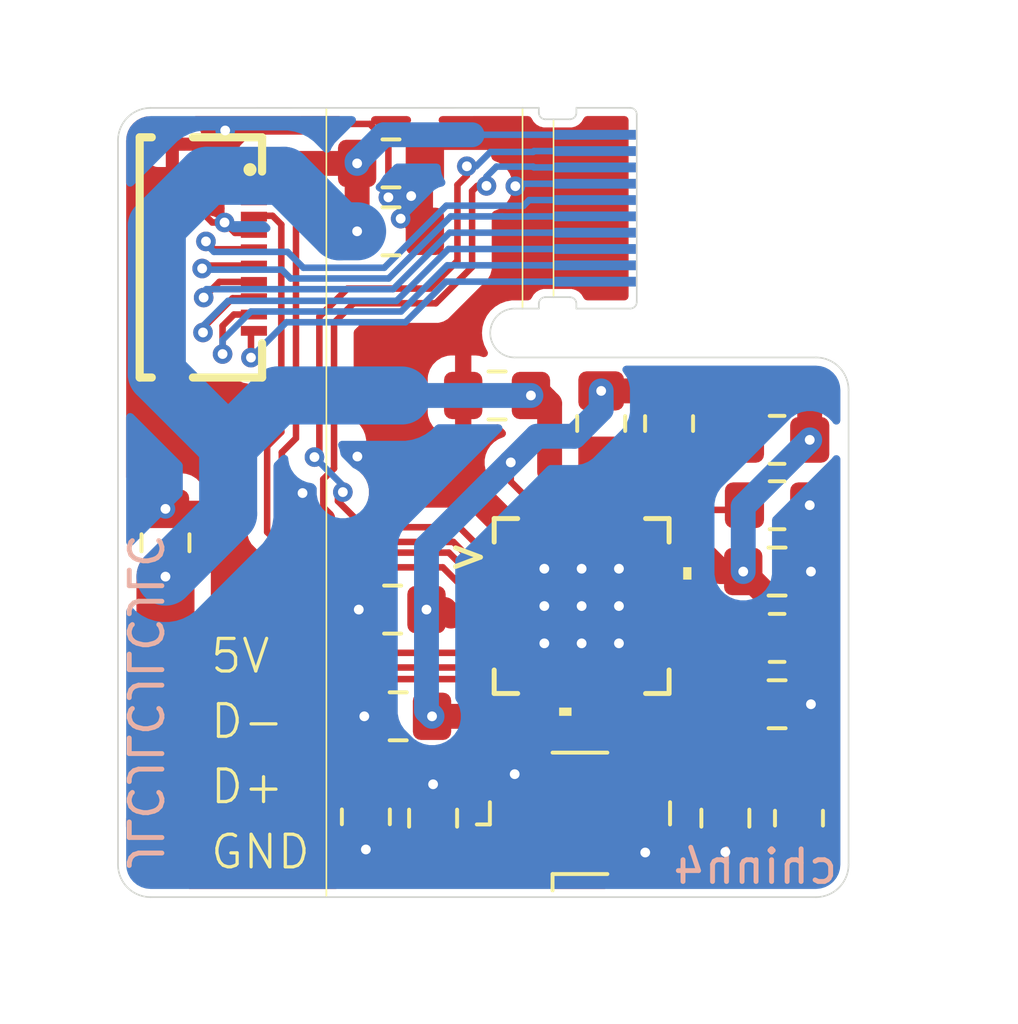
<source format=kicad_pcb>
(kicad_pcb (version 20241229) (generator "pcbnew") (generator_version "9.0")
  (layers (0 "F.Cu" signal) (2 "B.Cu" signal) (13 "F.Paste" user) (15 "B.Paste" user) (5 "F.SilkS" user "F.Silkscreen") (7 "B.SilkS" user "B.Silkscreen") (1 "F.Mask" user) (3 "B.Mask" user) (25 "Edge.Cuts" user))
  (net 0 "")
  (net 1 "EC_CTRL")
  (net 2 "RGB_W")
  (net 3 "RGB_G")
  (net 4 "VBUS")
  (net 5 "USB_HOST_P")
  (net 6 "USB_HOST_N")
  (net 7 "RGB_R")
  (net 8 "SWITCH")
  (net 9 "GND")
  (net 10 "LED_COM")
  (net 11 "VREG")
  (net 12 "X_IN")
  (net 13 "USB_FNG_N")
  (net 14 "USB_FNG_P")
  (net 15 "USB_KB_P")
  (net 16 "USB_KB_N")
  (net 17 "Net-(U1-RREF)")
  (net 18 "Net-(U1-*RESET)")
  (net 19 "Net-(U1-GANG)")
  (net 20 "Net-(U1-*OVR[1])")
  (net 21 "Net-(U1-*OVR[2])")
  (net 22 "Net-(U1-SELFPWR)")
  (net 23 "X_OUT")
  (net 32 "Net-(C10-Pad2)")
  (footprint "Resistor_SMD:R_0805_2012Metric_Pad1.20x1.40mm_HandSolder" (layer "F.Cu") (at 148.43 41.67 90)
    (property "Reference" "R4" (hide yes))
    (property "Value" "10kΩ")
    (pad "1" smd roundrect (at -1 0 90) (size 1.2 1.4) (layers "F.Cu" "F.Mask" "F.Paste") (roundrect_rratio 0.208333) (net 20 "Net-(U1-*OVR[1])"))
    (pad "2" smd roundrect (at 1 0 90) (size 1.2 1.4) (layers "F.Cu" "F.Mask" "F.Paste") (roundrect_rratio 0.208333) (net 11 "VREG"))
  )
  (footprint "Capacitor_SMD:C_0805_2012Metric_Pad1.18x1.45mm_HandSolder" (layer "F.Cu") (at 141.99 35.78 180)
    (property "Reference" "C6" (hide yes))
    (property "Value" "10μF")
    (pad "1" smd roundrect (at -1.0375 0 180) (size 1.175 1.45) (layers "F.Cu" "F.Mask" "F.Paste") (roundrect_rratio 0.212766) (net 9 "GND"))
    (pad "2" smd roundrect (at 1.0375 0 180) (size 1.175 1.45) (layers "F.Cu" "F.Mask" "F.Paste") (roundrect_rratio 0.212766) (net 4 "VBUS"))
  )
  (footprint "easyeda2kicad:CONN-SMD_10P-P0.50_046809610110846" (layer "F.Cu") (at 136.54 36.58 -90)
    (property "Reference" "FPC1" (hide yes))
    (property "Value" "046809610110846+")
    (pad "1" smd rect (at -2.25 -1.25 270) (size 0.3 0.8) (layers "F.Cu" "F.Mask" "F.Paste") (net 4 "VBUS"))
    (pad "2" smd rect (at -1.75 -1.25 270) (size 0.3 0.8) (layers "F.Cu" "F.Mask" "F.Paste") (net 13 "USB_FNG_N"))
    (pad "3" smd rect (at -1.25 -1.25 270) (size 0.3 0.8) (layers "F.Cu" "F.Mask" "F.Paste") (net 14 "USB_FNG_P"))
    (pad "4" smd rect (at -0.75 -1.25 270) (size 0.3 0.8) (layers "F.Cu" "F.Mask" "F.Paste") (net 9 "GND"))
    (pad "5" smd rect (at -0.25 -1.25 270) (size 0.3 0.8) (layers "F.Cu" "F.Mask" "F.Paste") (net 1 "EC_CTRL"))
    (pad "6" smd rect (at 0.25 -1.25 270) (size 0.3 0.8) (layers "F.Cu" "F.Mask" "F.Paste") (net 8 "SWITCH"))
    (pad "7" smd rect (at 0.75 -1.25 270) (size 0.3 0.8) (layers "F.Cu" "F.Mask" "F.Paste") (net 2 "RGB_W"))
    (pad "8" smd rect (at 1.25 -1.25 270) (size 0.3 0.8) (layers "F.Cu" "F.Mask" "F.Paste") (net 3 "RGB_G"))
    (pad "9" smd rect (at 1.75 -1.25 270) (size 0.3 0.8) (layers "F.Cu" "F.Mask" "F.Paste") (net 7 "RGB_R"))
    (pad "10" smd rect (at 2.25 -1.25 270) (size 0.3 0.8) (layers "F.Cu" "F.Mask" "F.Paste") (net 10 "LED_COM"))
    (pad "11" smd rect (at -3.47 1.25 270) (size 0.4 0.8) (layers "F.Cu" "F.Mask" "F.Paste") (net 9 "GND"))
    (pad "12" smd rect (at 3.47 1.25 270) (size 0.4 0.8) (layers "F.Cu" "F.Mask" "F.Paste") (net 9 "GND"))
  )
  (footprint "Custom:4 pad" (layer "F.Cu") (at 135.02 51.84 -90)
    (property "Reference" "J3" (hide yes))
    (property "Value" "Conn_01x04_Socket")
    (pad "1" smd circle (at -3 0 270) (size 1.5 1.5) (layers "F.Cu" "F.Mask" "F.Paste") (net 4 "VBUS"))
    (pad "2" smd circle (at -1 0 270) (size 1.5 1.5) (layers "F.Cu" "F.Mask" "F.Paste") (net 16 "USB_KB_N"))
    (pad "3" smd circle (at 1 0 270) (size 1.5 1.5) (layers "F.Cu" "F.Mask" "F.Paste") (net 15 "USB_KB_P"))
    (pad "4" smd circle (at 3 0 270) (size 1.5 1.5) (layers "F.Cu" "F.Mask" "F.Paste") (net 9 "GND"))
  )
  (footprint "Resistor_SMD:R_0805_2012Metric_Pad1.20x1.40mm_HandSolder" (layer "F.Cu") (at 141.22 53.72 -90)
    (property "Reference" "R1" (hide yes))
    (property "Value" "649Ω")
    (pad "1" smd roundrect (at -1 0 270) (size 1.2 1.4) (layers "F.Cu" "F.Mask" "F.Paste") (roundrect_rratio 0.208333) (net 17 "Net-(U1-RREF)"))
    (pad "2" smd roundrect (at 1 0 270) (size 1.2 1.4) (layers "F.Cu" "F.Mask" "F.Paste") (roundrect_rratio 0.208333) (net 9 "GND"))
  )
  (footprint "Capacitor_SMD:C_0805_2012Metric_Pad1.18x1.45mm_HandSolder" (layer "F.Cu") (at 153.82 50.27)
    (property "Reference" "C2" (hide yes))
    (property "Value" "0.1μF")
    (pad "1" smd roundrect (at -1.0375 0) (size 1.175 1.45) (layers "F.Cu" "F.Mask" "F.Paste") (roundrect_rratio 0.212766) (net 11 "VREG"))
    (pad "2" smd roundrect (at 1.0375 0) (size 1.175 1.45) (layers "F.Cu" "F.Mask" "F.Paste") (roundrect_rratio 0.212766) (net 9 "GND"))
  )
  (footprint "Resistor_SMD:R_0805_2012Metric_Pad1.20x1.40mm_HandSolder" (layer "F.Cu") (at 154.49 53.76 -90)
    (property "Reference" "R7" (hide yes))
    (property "Value" "1kΩ")
    (pad "1" smd roundrect (at -1 0 270) (size 1.2 1.4) (layers "F.Cu" "F.Mask" "F.Paste") (roundrect_rratio 0.208333) (net 23 "X_OUT"))
    (pad "2" smd roundrect (at 1 0 270) (size 1.2 1.4) (layers "F.Cu" "F.Mask" "F.Paste") (roundrect_rratio 0.208333) (net 32 "Net-(C10-Pad2)"))
  )
  (footprint "Resistor_SMD:R_0805_2012Metric_Pad1.20x1.40mm_HandSolder" (layer "F.Cu") (at 153.82 42.17)
    (property "Reference" "R3" (hide yes))
    (property "Value" "10kΩ")
    (pad "1" smd roundrect (at -1 0) (size 1.2 1.4) (layers "F.Cu" "F.Mask" "F.Paste") (roundrect_rratio 0.208333) (net 19 "Net-(U1-GANG)"))
    (pad "2" smd roundrect (at 1 0) (size 1.2 1.4) (layers "F.Cu" "F.Mask" "F.Paste") (roundrect_rratio 0.208333) (net 11 "VREG"))
  )
  (footprint "Resistor_SMD:R_0805_2012Metric_Pad1.20x1.40mm_HandSolder" (layer "F.Cu") (at 153.82 44.1725 180)
    (property "Reference" "R6" (hide yes))
    (property "Value" "0Ω")
    (pad "1" smd roundrect (at -1 0 180) (size 1.2 1.4) (layers "F.Cu" "F.Mask" "F.Paste") (roundrect_rratio 0.208333) (net 9 "GND"))
    (pad "2" smd roundrect (at 1 0 180) (size 1.2 1.4) (layers "F.Cu" "F.Mask" "F.Paste") (roundrect_rratio 0.208333) (net 22 "Net-(U1-SELFPWR)"))
  )
  (footprint "Crystal:Crystal_SMD_Abracon_ABM3B-4Pin_5.0x3.2mm" (layer "F.Cu") (at 147.78 53.6125)
    (property "Reference" "Y1" (hide yes))
    (property "Value" "12MHz 18pF")
    (pad "1" smd roundrect (at -2 1.2) (size 1.8 1.2) (layers "F.Cu" "F.Mask" "F.Paste") (roundrect_rratio 0.208333) (net 12 "X_IN"))
    (pad "2" smd roundrect (at 2 1.2) (size 1.8 1.2) (layers "F.Cu" "F.Mask" "F.Paste") (roundrect_rratio 0.208333) (net 9 "GND"))
    (pad "3" smd roundrect (at 2 -1.2) (size 1.8 1.2) (layers "F.Cu" "F.Mask" "F.Paste") (roundrect_rratio 0.208333) (net 32 "Net-(C10-Pad2)"))
    (pad "4" smd roundrect (at -2 -1.2) (size 1.8 1.2) (layers "F.Cu" "F.Mask" "F.Paste") (roundrect_rratio 0.208333) (net 9 "GND"))
  )
  (footprint "Capacitor_SMD:C_0805_2012Metric_Pad1.18x1.45mm_HandSolder" (layer "F.Cu") (at 143.28 53.76 90)
    (property "Reference" "C9" (hide yes))
    (property "Value" "27 pF")
    (pad "1" smd roundrect (at -1.0375 0 90) (size 1.175 1.45) (layers "F.Cu" "F.Mask" "F.Paste") (roundrect_rratio 0.212766) (net 12 "X_IN"))
    (pad "2" smd roundrect (at 1.0375 0 90) (size 1.175 1.45) (layers "F.Cu" "F.Mask" "F.Paste") (roundrect_rratio 0.212766) (net 9 "GND"))
  )
  (footprint "Capacitor_SMD:C_0805_2012Metric_Pad1.18x1.45mm_HandSolder" (layer "F.Cu") (at 142.21 50.64 180)
    (property "Reference" "C3" (hide yes))
    (property "Value" "0.1μF")
    (pad "1" smd roundrect (at -1.0375 0 180) (size 1.175 1.45) (layers "F.Cu" "F.Mask" "F.Paste") (roundrect_rratio 0.212766) (net 11 "VREG"))
    (pad "2" smd roundrect (at 1.0375 0 180) (size 1.175 1.45) (layers "F.Cu" "F.Mask" "F.Paste") (roundrect_rratio 0.212766) (net 9 "GND"))
  )
  (footprint "Capacitor_SMD:C_0805_2012Metric_Pad1.18x1.45mm_HandSolder" (layer "F.Cu") (at 141.99 33.7 180)
    (property "Reference" "C7" (hide yes))
    (property "Value" "10μF")
    (pad "1" smd roundrect (at -1.0375 0 180) (size 1.175 1.45) (layers "F.Cu" "F.Mask" "F.Paste") (roundrect_rratio 0.212766) (net 9 "GND"))
    (pad "2" smd roundrect (at 1.0375 0 180) (size 1.175 1.45) (layers "F.Cu" "F.Mask" "F.Paste") (roundrect_rratio 0.212766) (net 4 "VBUS"))
  )
  (footprint "Capacitor_SMD:C_0805_2012Metric_Pad1.18x1.45mm_HandSolder" (layer "F.Cu") (at 145.24 40.81)
    (property "Reference" "C5" (hide yes))
    (property "Value" "0.1μF")
    (pad "1" smd roundrect (at -1.0375 0) (size 1.175 1.45) (layers "F.Cu" "F.Mask" "F.Paste") (roundrect_rratio 0.212766) (net 9 "GND"))
    (pad "2" smd roundrect (at 1.0375 0) (size 1.175 1.45) (layers "F.Cu" "F.Mask" "F.Paste") (roundrect_rratio 0.212766) (net 4 "VBUS"))
  )
  (footprint "Capacitor_SMD:C_0805_2012Metric_Pad1.18x1.45mm_HandSolder" (layer "F.Cu") (at 135.08 45.3225 -90)
    (property "Reference" "C8" (hide yes))
    (property "Value" "10μF")
    (pad "1" smd roundrect (at -1.0375 0 270) (size 1.175 1.45) (layers "F.Cu" "F.Mask" "F.Paste") (roundrect_rratio 0.212766) (net 9 "GND"))
    (pad "2" smd roundrect (at 1.0375 0 270) (size 1.175 1.45) (layers "F.Cu" "F.Mask" "F.Paste") (roundrect_rratio 0.212766) (net 4 "VBUS"))
  )
  (footprint "Resistor_SMD:R_0805_2012Metric_Pad1.20x1.40mm_HandSolder" (layer "F.Cu") (at 153.82 48.2375)
    (property "Reference" "R2" (hide yes))
    (property "Value" "10kΩ")
    (pad "1" smd roundrect (at -1 0) (size 1.2 1.4) (layers "F.Cu" "F.Mask" "F.Paste") (roundrect_rratio 0.208333) (net 18 "Net-(U1-*RESET)"))
    (pad "2" smd roundrect (at 1 0) (size 1.2 1.4) (layers "F.Cu" "F.Mask" "F.Paste") (roundrect_rratio 0.208333) (net 11 "VREG"))
  )
  (footprint "Resistor_SMD:R_0805_2012Metric_Pad1.20x1.40mm_HandSolder" (layer "F.Cu") (at 150.51 41.67 -90)
    (property "Reference" "R5" (hide yes))
    (property "Value" "10kΩ")
    (pad "1" smd roundrect (at -1 0 270) (size 1.2 1.4) (layers "F.Cu" "F.Mask" "F.Paste") (roundrect_rratio 0.208333) (net 11 "VREG"))
    (pad "2" smd roundrect (at 1 0 270) (size 1.2 1.4) (layers "F.Cu" "F.Mask" "F.Paste") (roundrect_rratio 0.208333) (net 21 "Net-(U1-*OVR[2])"))
  )
  (footprint "footprints:QFN-28" (layer "F.Cu") (at 147.8311 47.2611)
    (property "Reference" "U1" (hide yes))
    (property "Value" "CY7C65634-28LTXC")
    (fp_text user ">" (at -3.4811 -1.5711 0) (layer "F.SilkS"))
    (pad "1" smd rect (at -2.4511 -1.5 90) (size 0.254 0.8128) (layers "F.Cu" "F.Mask" "F.Paste") (net 6 "USB_HOST_N"))
    (pad "2" smd rect (at -2.4511 -1.000001 90) (size 0.254 0.8128) (layers "F.Cu" "F.Mask" "F.Paste") (net 5 "USB_HOST_P"))
    (pad "3" smd rect (at -2.4511 -0.499999 90) (size 0.254 0.8128) (layers "F.Cu" "F.Mask" "F.Paste") (net 13 "USB_FNG_N"))
    (pad "4" smd rect (at -2.4511 0 90) (size 0.254 0.8128) (layers "F.Cu" "F.Mask" "F.Paste") (net 14 "USB_FNG_P"))
    (pad "5" smd rect (at -2.4511 0.499999 90) (size 0.254 0.8128) (layers "F.Cu" "F.Mask" "F.Paste") (net 11 "VREG"))
    (pad "6" smd rect (at -2.4511 1.000001 90) (size 0.254 0.8128) (layers "F.Cu" "F.Mask" "F.Paste") (net 16 "USB_KB_N"))
    (pad "7" smd rect (at -2.4511 1.5 90) (size 0.254 0.8128) (layers "F.Cu" "F.Mask" "F.Paste") (net 15 "USB_KB_P"))
    (pad "8" smd rect (at -1.5 2.4511) (size 0.254 0.8128) (layers "F.Cu" "F.Mask" "F.Paste") (net 17 "Net-(U1-RREF)"))
    (pad "9" smd rect (at -1.000001 2.4511) (size 0.254 0.8128) (layers "F.Cu" "F.Mask" "F.Paste") (net 11 "VREG"))
    (pad "10" smd rect (at -0.499999 2.4511) (size 0.254 0.8128) (layers "F.Cu" "F.Mask" "F.Paste") (net 12 "X_IN"))
    (pad "11" smd rect (at 0 2.4511) (size 0.254 0.8128) (layers "F.Cu" "F.Mask" "F.Paste") (net 23 "X_OUT"))
    (pad "12" smd rect (at 0.499999 2.4511) (size 0.254 0.8128) (layers "F.Cu" "F.Mask" "F.Paste"))
    (pad "13" smd rect (at 1.000001 2.4511) (size 0.254 0.8128) (layers "F.Cu" "F.Mask" "F.Paste"))
    (pad "14" smd rect (at 1.5 2.4511) (size 0.254 0.8128) (layers "F.Cu" "F.Mask" "F.Paste") (net 11 "VREG"))
    (pad "15" smd rect (at 2.4511 1.5 90) (size 0.254 0.8128) (layers "F.Cu" "F.Mask" "F.Paste"))
    (pad "16" smd rect (at 2.4511 1.000001 90) (size 0.254 0.8128) (layers "F.Cu" "F.Mask" "F.Paste"))
    (pad "17" smd rect (at 2.4511 0.499999 90) (size 0.254 0.8128) (layers "F.Cu" "F.Mask" "F.Paste") (net 18 "Net-(U1-*RESET)"))
    (pad "18" smd rect (at 2.4511 0 90) (size 0.254 0.8128) (layers "F.Cu" "F.Mask" "F.Paste"))
    (pad "19" smd rect (at 2.4511 -0.499999 90) (size 0.254 0.8128) (layers "F.Cu" "F.Mask" "F.Paste"))
    (pad "20" smd rect (at 2.4511 -1.000001 90) (size 0.254 0.8128) (layers "F.Cu" "F.Mask" "F.Paste"))
    (pad "21" smd rect (at 2.4511 -1.5 90) (size 0.254 0.8128) (layers "F.Cu" "F.Mask" "F.Paste") (net 11 "VREG"))
    (pad "22" smd rect (at 1.5 -2.4511) (size 0.254 0.8128) (layers "F.Cu" "F.Mask" "F.Paste") (net 22 "Net-(U1-SELFPWR)"))
    (pad "23" smd rect (at 1.000001 -2.4511) (size 0.254 0.8128) (layers "F.Cu" "F.Mask" "F.Paste") (net 19 "Net-(U1-GANG)"))
    (pad "24" smd rect (at 0.499999 -2.4511) (size 0.254 0.8128) (layers "F.Cu" "F.Mask" "F.Paste") (net 21 "Net-(U1-*OVR[2])"))
    (pad "25" smd rect (at 0 -2.4511) (size 0.254 0.8128) (layers "F.Cu" "F.Mask" "F.Paste") (net 20 "Net-(U1-*OVR[1])"))
    (pad "26" smd rect (at -0.499999 -2.4511) (size 0.254 0.8128) (layers "F.Cu" "F.Mask" "F.Paste"))
    (pad "27" smd rect (at -1.000001 -2.4511) (size 0.254 0.8128) (layers "F.Cu" "F.Mask" "F.Paste") (net 4 "VBUS"))
    (pad "28" smd rect (at -1.5 -2.4511) (size 0.254 0.8128) (layers "F.Cu" "F.Mask" "F.Paste") (net 11 "VREG"))
    (pad "29" smd rect (at 0 0) (size 3.6068 3.6068) (layers "F.Cu" "F.Mask" "F.Paste") (net 9 "GND"))
  )
  (footprint "Capacitor_SMD:C_0805_2012Metric_Pad1.18x1.45mm_HandSolder" (layer "F.Cu") (at 153.82 46.205)
    (property "Reference" "C4" (hide yes))
    (property "Value" "0.1μF")
    (pad "1" smd roundrect (at -1.0375 0) (size 1.175 1.45) (layers "F.Cu" "F.Mask" "F.Paste") (roundrect_rratio 0.212766) (net 11 "VREG"))
    (pad "2" smd roundrect (at 1.0375 0) (size 1.175 1.45) (layers "F.Cu" "F.Mask" "F.Paste") (roundrect_rratio 0.212766) (net 9 "GND"))
  )
  (footprint "Custom:Kyocera_046809610110846+_PCB_Edge" (layer "F.Cu") (at 147.87 35.0725 -90)
    (property "Reference" "J1" (hide yes))
    (property "Value" "046809610110846+ Male" (hide yes))
    (fp_line (start -3.075 1.35) (end -3.075 1.85) (stroke (width 0.05)) (layer "Edge.Cuts"))
    (fp_line (start -2.925 1.35) (end -3.075 1.35) (stroke (width 0.05)) (layer "Edge.Cuts"))
    (fp_line (start 2.925 1.35) (end 3.075 1.35) (stroke (width 0.05)) (layer "Edge.Cuts"))
    (fp_line (start 3.075 1.35) (end 3.075 1.85) (stroke (width 0.05)) (layer "Edge.Cuts"))
    (fp_line (start -2.725 0.4) (end -2.725 1.15) (stroke (width 0.05)) (layer "Edge.Cuts"))
    (fp_line (start 2.725 0.4) (end 2.725 1.15) (stroke (width 0.05)) (layer "Edge.Cuts"))
    (fp_line (start -3.075 0.2) (end -2.925 0.2) (stroke (width 0.05)) (layer "Edge.Cuts"))
    (fp_line (start 3.075 0.2) (end 2.925 0.2) (stroke (width 0.05)) (layer "Edge.Cuts"))
    (fp_line (start -3.075 -1.45) (end -3.075 0.2) (stroke (width 0.05)) (layer "Edge.Cuts"))
    (fp_line (start 3.075 -1.45) (end 3.075 0.2) (stroke (width 0.05)) (layer "Edge.Cuts"))
    (fp_line (start 2.875 -1.65) (end -2.875 -1.65) (stroke (width 0.05)) (layer "Edge.Cuts"))
    (fp_arc (start 2.925 1.35) (mid 2.783579 1.291421) (end 2.725 1.15) (stroke (width 0.05)) (layer "Edge.Cuts"))
    (fp_arc (start -2.725 1.15) (mid -2.783579 1.291421) (end -2.925 1.35) (stroke (width 0.05)) (layer "Edge.Cuts"))
    (fp_arc (start 2.725 0.4) (mid 2.783579 0.258579) (end 2.925 0.2) (stroke (width 0.05)) (layer "Edge.Cuts"))
    (fp_arc (start -2.925 0.2) (mid -2.783579 0.258579) (end -2.725 0.4) (stroke (width 0.05)) (layer "Edge.Cuts"))
    (fp_arc (start -3.075 -1.45) (mid -3.016421 -1.591421) (end -2.875 -1.65) (stroke (width 0.05)) (layer "Edge.Cuts"))
    (fp_arc (start 2.875 -1.65) (mid 3.016421 -1.591421) (end 3.075 -1.45) (stroke (width 0.05)) (layer "Edge.Cuts"))
    (pad "1" connect custom (at -2.25 -0.375 270) (size 0.3 2.5) (layers "B.Cu" "B.Mask") (net 4 "VBUS") (options (clearance outline) (anchor rect)) (primitives))
    (pad "2" connect custom (at -1.75 -0.375 270) (size 0.3 2.5) (layers "B.Cu" "B.Mask") (net 6 "USB_HOST_N") (options (clearance outline) (anchor rect)) (primitives))
    (pad "3" connect custom (at -1.25 -0.375 270) (size 0.3 2.5) (layers "B.Cu" "B.Mask") (net 5 "USB_HOST_P") (options (clearance outline) (anchor rect)) (primitives))
    (pad "4" connect custom (at -0.75 -0.375 270) (size 0.3 2.5) (layers "B.Cu" "B.Mask") (net 9 "GND") (options (clearance outline) (anchor rect)) (primitives))
    (pad "5" connect custom (at -0.25 -0.375 270) (size 0.3 2.5) (layers "B.Cu" "B.Mask") (net 1 "EC_CTRL") (options (clearance outline) (anchor rect)) (primitives))
    (pad "6" connect custom (at 0.25 -0.375 270) (size 0.3 2.5) (layers "B.Cu" "B.Mask") (net 8 "SWITCH") (options (clearance outline) (anchor rect)) (primitives))
    (pad "7" connect custom (at 0.75 -0.375 270) (size 0.3 2.5) (layers "B.Cu" "B.Mask") (net 2 "RGB_W") (options (clearance outline) (anchor rect)) (primitives))
    (pad "8" connect custom (at 1.25 -0.375 270) (size 0.3 2.5) (layers "B.Cu" "B.Mask") (net 3 "RGB_G") (options (clearance outline) (anchor rect)) (primitives))
    (pad "9" connect custom (at 1.75 -0.375 270) (size 0.3 2.5) (layers "B.Cu" "B.Mask") (net 7 "RGB_R") (options (clearance outline) (anchor rect)) (primitives))
    (pad "10" connect custom (at 2.25 -0.375 270) (size 0.3 2.5) (layers "B.Cu" "B.Mask") (net 10 "LED_COM") (options (clearance outline) (anchor rect)) (primitives))
  )
  (footprint "Capacitor_SMD:C_0805_2012Metric_Pad1.18x1.45mm_HandSolder" (layer "F.Cu") (at 152.235 53.76 90)
    (property "Reference" "C10" (hide yes))
    (property "Value" "27 pF")
    (pad "1" smd roundrect (at -1.0375 0 90) (size 1.175 1.45) (layers "F.Cu" "F.Mask" "F.Paste") (roundrect_rratio 0.212766) (net 9 "GND"))
    (pad "2" smd roundrect (at 1.0375 0 90) (size 1.175 1.45) (layers "F.Cu" "F.Mask" "F.Paste") (roundrect_rratio 0.212766) (net 32 "Net-(C10-Pad2)"))
  )
  (footprint "Capacitor_SMD:C_0805_2012Metric_Pad1.18x1.45mm_HandSolder" (layer "F.Cu") (at 142.04 47.37)
    (property "Reference" "C1" (hide yes))
    (property "Value" "0.1μF")
    (pad "1" smd roundrect (at -1.0375 0) (size 1.175 1.45) (layers "F.Cu" "F.Mask" "F.Paste") (roundrect_rratio 0.212766) (net 9 "GND"))
    (pad "2" smd roundrect (at 1.0375 0) (size 1.175 1.45) (layers "F.Cu" "F.Mask" "F.Paste") (roundrect_rratio 0.212766) (net 11 "VREG"))
  )
  (gr_line (start 140.01 32.0025) (end 140.01 56.17) (stroke (width 0.05)) (layer "F.SilkS"))
  (gr_line (start 133.625 32.999784) (end 133.625 55.18) (stroke (width 0.05)) (layer "Edge.Cuts"))
  (gr_arc (start 156.01 55.18) (mid 155.717107 55.887107) (end 155.01 56.18) (stroke (width 0.05)) (layer "Edge.Cuts"))
  (gr_arc (start 134.625 56.18) (mid 133.917893 55.887107) (end 133.625 55.18) (stroke (width 0.05)) (layer "Edge.Cuts"))
  (gr_line (start 145.78 39.645) (end 155.01 39.645) (stroke (width 0.05)) (layer "Edge.Cuts"))
  (gr_line (start 156.01 55.18) (end 156.01 40.645) (stroke (width 0.05)) (layer "Edge.Cuts"))
  (gr_arc (start 133.625 32.999784) (mid 133.917828 32.292758) (end 134.6248 31.999784) (stroke (width 0.05)) (layer "Edge.Cuts"))
  (gr_line (start 134.625 56.18) (end 155.01 56.18) (stroke (width 0.05)) (layer "Edge.Cuts"))
  (gr_arc (start 155.01 39.645) (mid 155.717107 39.937893) (end 156.01 40.645) (stroke (width 0.05)) (layer "Edge.Cuts"))
  (gr_line (start 145.78 38.1475) (end 146.02 38.1475) (stroke (width 0.05)) (layer "Edge.Cuts"))
  (gr_line (start 146.02 31.9975) (end 134.6248 31.999784) (stroke (width 0.05)) (layer "Edge.Cuts"))
  (gr_arc (start 145.78 39.645) (mid 145.03125 38.89625) (end 145.78 38.1475) (stroke (width 0.05)) (layer "Edge.Cuts"))
  (gr_text "D+" (at 136.4 53.3795 0) (layer "F.SilkS") (effects (font (size 1 1) (thickness 0.1)) (justify left bottom)))
  (gr_text "5V" (at 136.4 49.3795 0) (layer "F.SilkS") (effects (font (size 1 1) (thickness 0.1)) (justify left bottom)))
  (gr_text "GND" (at 136.4 55.3795 0) (layer "F.SilkS") (effects (font (size 1 1) (thickness 0.1)) (justify left bottom)))
  (gr_text "D-" (at 136.4 51.3795 0) (layer "F.SilkS") (effects (font (size 1 1) (thickness 0.1)) (justify left bottom)))
  (gr_text "JLCJLCJLCJLC" (at 133.84 50.21 270) (layer "B.SilkS") (effects (font (size 1 1) (thickness 0.150114)) (justify bottom mirror)))
  (gr_text "chinh4" (at 155.75 55.83 -0) (layer "B.SilkS") (effects (font (size 1 1) (thickness 0.150114)) (justify left bottom mirror)))
  (segment (start 137.79 36.33) (end 136.56 36.33) (width 0.2) (layer "F.Cu") (net 1))
  (segment (start 136.56 36.33) (end 136.32 36.09) (width 0.2) (layer "F.Cu") (net 1))
  (via (at 136.32 36.09) (size 0.6) (drill 0.3) (layers "F.Cu" "B.Cu") (net 1))
  (segment (start 145.547057 34.9945) (end 145.551057 34.9985) (width 0.2) (layer "B.Cu") (net 1))
  (segment (start 146.048943 34.9985) (end 146.224943 34.8225) (width 0.2) (layer "B.Cu") (net 1))
  (segment (start 136.564562 36.41) (end 138.82 36.41) (width 0.2) (layer "B.Cu") (net 1))
  (segment (start 145.551057 34.9985) (end 146.048943 34.9985) (width 0.2) (layer "B.Cu") (net 1))
  (segment (start 136.381734 36.151734) (end 136.381734 36.227172) (width 0.2) (layer "B.Cu") (net 1))
  (segment (start 141.782998 36.897) (end 143.685498 34.9945) (width 0.2) (layer "B.Cu") (net 1))
  (segment (start 143.685498 34.9945) (end 145.547057 34.9945) (width 0.2) (layer "B.Cu") (net 1))
  (segment (start 146.224943 34.8225) (end 148.245 34.8225) (width 0.2) (layer "B.Cu") (net 1))
  (segment (start 136.381734 36.227172) (end 136.564562 36.41) (width 0.2) (layer "B.Cu") (net 1))
  (segment (start 138.82 36.41) (end 139.307 36.897) (width 0.2) (layer "B.Cu") (net 1))
  (segment (start 139.307 36.897) (end 141.782998 36.897) (width 0.2) (layer "B.Cu") (net 1))
  (segment (start 136.32 36.09) (end 136.381734 36.151734) (width 0.2) (layer "B.Cu") (net 1))
  (segment (start 136.25 37.81) (end 136.729999 37.330001) (width 0.2) (layer "F.Cu") (net 2))
  (segment (start 137.79 37.330001) (end 136.729999 37.330001) (width 0.2) (layer "F.Cu") (net 2))
  (via (at 136.25 37.81) (size 0.6) (drill 0.3) (layers "F.Cu" "B.Cu") (net 2))
  (segment (start 136.25 37.81) (end 136.25 37.635178) (width 0.2) (layer "B.Cu") (net 2))
  (segment (start 143.785222 35.8225) (end 148.245 35.8225) (width 0.2) (layer "B.Cu") (net 2))
  (segment (start 142.054722 37.553) (end 143.785222 35.8225) (width 0.2) (layer "B.Cu") (net 2))
  (segment (start 136.332178 37.553) (end 142.054722 37.553) (width 0.2) (layer "B.Cu") (net 2))
  (segment (start 136.25 37.635178) (end 136.332178 37.553) (width 0.2) (layer "B.Cu") (net 2))
  (segment (start 136.23 38.737999) (end 137.137999 37.83) (width 0.2) (layer "F.Cu") (net 3))
  (segment (start 137.137999 37.83) (end 137.79 37.83) (width 0.2) (layer "F.Cu") (net 3))
  (segment (start 136.23 38.88) (end 136.23 38.737999) (width 0.2) (layer "F.Cu") (net 3))
  (via (at 136.23 38.88) (size 0.6) (drill 0.3) (layers "F.Cu" "B.Cu") (net 3))
  (segment (start 136.23 38.679943) (end 136.23 38.88) (width 0.2) (layer "B.Cu") (net 3))
  (segment (start 136.999943 37.91) (end 136.23 38.679943) (width 0.2) (layer "B.Cu") (net 3))
  (segment (start 148.245 36.3225) (end 143.749084 36.3225) (width 0.2) (layer "B.Cu") (net 3))
  (segment (start 142.161584 37.91) (end 136.999943 37.91) (width 0.2) (layer "B.Cu") (net 3))
  (segment (start 143.749084 36.3225) (end 142.161584 37.91) (width 0.2) (layer "B.Cu") (net 3))
  (segment (start 146.72 40.93) (end 146.85 41.06) (width 0.762) (layer "F.Cu") (net 4))
  (segment (start 137.79 33.98) (end 138.07 33.7) (width 0.2) (layer "F.Cu") (net 4))
  (segment (start 135.08 46.36) (end 135.08 48.78) (width 1.778) (layer "F.Cu") (net 4))
  (segment (start 140.9525 33.7) (end 138.07 33.7) (width 0.762) (layer "F.Cu") (net 4))
  (segment (start 140.9525 35.78) (end 140.9525 33.7) (width 0.762) (layer "F.Cu") (net 4))
  (segment (start 146.85 41.06) (end 146.85 43.14) (width 0.762) (layer "F.Cu") (net 4))
  (segment (start 146.831099 44.81) (end 146.831099 43.158901) (width 0.2) (layer "F.Cu") (net 4))
  (segment (start 146.2775 40.81) (end 146.6 40.81) (width 0.762) (layer "F.Cu") (net 4))
  (segment (start 137.79 34.33) (end 137.79 33.98) (width 0.2) (layer "F.Cu") (net 4))
  (segment (start 146.831099 43.158901) (end 146.85 43.14) (width 0.2) (layer "F.Cu") (net 4))
  (segment (start 146.6 40.81) (end 146.72 40.93) (width 0.762) (layer "F.Cu") (net 4))
  (segment (start 135.08 48.78) (end 135.02 48.84) (width 1.778) (layer "F.Cu") (net 4))
  (via (at 140.9525 35.78) (size 0.6) (drill 0.3) (layers "F.Cu" "B.Cu") (net 4))
  (via (at 140.9525 33.7) (size 0.6) (drill 0.3) (layers "F.Cu" "B.Cu") (net 4))
  (via (at 146.2775 40.81) (size 0.6) (drill 0.3) (layers "F.Cu" "B.Cu") (net 4))
  (via (at 135.08 46.36) (size 0.6) (drill 0.3) (layers "F.Cu" "B.Cu") (net 4))
  (segment (start 137 42.33) (end 138.52 40.81) (width 1.778) (layer "B.Cu") (net 4))
  (segment (start 148.245 32.8225) (end 144.4725 32.8225) (width 0.2) (layer "B.Cu") (net 4))
  (segment (start 134.815 35.615) (end 134.815 40.145) (width 1.778) (layer "B.Cu") (net 4))
  (segment (start 138.52 40.81) (end 142.32 40.81) (width 1.778) (layer "B.Cu") (net 4))
  (segment (start 140.9525 35.78) (end 140.41 35.78) (width 1.778) (layer "B.Cu") (net 4))
  (segment (start 140.9525 33.6375) (end 141.7675 32.8225) (width 0.762) (layer "B.Cu") (net 4))
  (segment (start 146.2775 40.81) (end 142.32 40.81) (width 0.762) (layer "B.Cu") (net 4))
  (segment (start 134.815 40.145) (end 137 42.33) (width 1.778) (layer "B.Cu") (net 4))
  (segment (start 138.71 34.08) (end 136.35 34.08) (width 1.778) (layer "B.Cu") (net 4))
  (segment (start 136.35 34.08) (end 134.815 35.615) (width 1.778) (layer "B.Cu") (net 4))
  (segment (start 141.7675 32.8225) (end 144.4725 32.8225) (width 0.762) (layer "B.Cu") (net 4))
  (segment (start 137 42.33) (end 137 44.44) (width 1.778) (layer "B.Cu") (net 4))
  (segment (start 140.9525 33.7) (end 140.9525 33.6375) (width 0.762) (layer "B.Cu") (net 4))
  (segment (start 137 44.44) (end 135.08 46.36) (width 1.778) (layer "B.Cu") (net 4))
  (segment (start 140.41 35.78) (end 138.71 34.08) (width 1.778) (layer "B.Cu") (net 4))
  (segment (start 144.863159 46.261099) (end 143.89906 45.297) (width 0.2) (layer "F.Cu") (net 5))
  (segment (start 139.915 44.233198) (end 139.915 44.220676) (width 0.2) (layer "F.Cu") (net 5))
  (segment (start 140.245 38.583198) (end 140.843198 37.985) (width 0.2) (layer "F.Cu") (net 5))
  (segment (start 144.475 36.873198) (end 144.475 34.545743) (width 0.2) (layer "F.Cu") (net 5))
  (segment (start 139.915 43.375) (end 140.245 43.045) (width 0.2) (layer "F.Cu") (net 5))
  (segment (start 144.475 34.545743) (end 144.632488 34.388255) (width 0.2) (layer "F.Cu") (net 5))
  (segment (start 140.277239 45.137125) (end 140.123818 44.983704) (width 0.2) (layer "F.Cu") (net 5))
  (segment (start 140.843198 37.985) (end 143.363198 37.985) (width 0.2) (layer "F.Cu") (net 5))
  (segment (start 143.363198 37.985) (end 144.475 36.873198) (width 0.2) (layer "F.Cu") (net 5))
  (segment (start 140.245 43.045) (end 140.245 38.583198) (width 0.2) (layer "F.Cu") (net 5))
  (segment (start 144.632488 34.388255) (end 144.915331 34.388255) (width 0.2) (layer "F.Cu") (net 5))
  (segment (start 139.970398 44.288596) (end 139.915 44.233198) (width 0.2) (layer "F.Cu") (net 5))
  (segment (start 140.123818 44.442016) (end 139.970398 44.288596) (width 0.2) (layer "F.Cu") (net 5))
  (segment (start 143.89906 45.297) (end 140.978802 45.297) (width 0.2) (layer "F.Cu") (net 5))
  (segment (start 140.978802 45.297) (end 140.818927 45.137125) (width 0.2) (layer "F.Cu") (net 5))
  (segment (start 139.915 44.220676) (end 139.915 43.375) (width 0.2) (layer "F.Cu") (net 5))
  (segment (start 145.38 46.261099) (end 144.863159 46.261099) (width 0.2) (layer "F.Cu") (net 5))
  (via (at 144.915331 34.388255) (size 0.6) (drill 0.3) (layers "F.Cu" "B.Cu") (net 5))
  (arc (start 140.818927 45.137125) (mid 140.683505 45.081031) (end 140.548083 45.137125) (width 0.2) (layer "F.Cu") (net 5))
  (arc (start 140.123818 44.71286) (mid 140.179912 44.577438) (end 140.123818 44.442016) (width 0.2) (layer "F.Cu") (net 5))
  (arc (start 140.548083 45.137125) (mid 140.412661 45.193219) (end 140.277239 45.137125) (width 0.2) (layer "F.Cu") (net 5))
  (arc (start 140.123818 44.983704) (mid 140.067724 44.848282) (end 140.123818 44.71286) (width 0.2) (layer "F.Cu") (net 5))
  (segment (start 146.369999 33.8225) (end 148.245 33.8225) (width 0.2) (layer "B.Cu") (net 5))
  (segment (start 146.344999 33.7975) (end 146.369999 33.8225) (width 0.2) (layer "B.Cu") (net 5))
  (segment (start 146.344999 33.7975) (end 145.223243 33.7975) (width 0.2) (layer "B.Cu") (net 5))
  (segment (start 144.915331 34.105412) (end 144.915331 34.388255) (width 0.2) (layer "B.Cu") (net 5))
  (segment (start 145.223243 33.7975) (end 144.915331 34.105412) (width 0.2) (layer "B.Cu") (net 5))
  (segment (start 139.795 38.396802) (end 140.656802 37.535) (width 0.2) (layer "F.Cu") (net 6))
  (segment (start 145.38 45.7611) (end 144.999528 45.7611) (width 0.2) (layer "F.Cu") (net 6))
  (segment (start 144.025 36.686802) (end 144.025 34.359345) (width 0.2) (layer "F.Cu") (net 6))
  (segment (start 139.795 42.547831) (end 139.795 38.396802) (width 0.2) (layer "F.Cu") (net 6))
  (segment (start 141.165218 44.84702) (end 140.365 44.046802) (width 0.2) (layer "F.Cu") (net 6))
  (segment (start 140.365 44.046802) (end 140.365 43.92) (width 0.2) (layer "F.Cu") (net 6))
  (segment (start 144.999528 45.7611) (end 144.085448 44.84702) (width 0.2) (layer "F.Cu") (net 6))
  (segment (start 144.314289 34.070056) (end 144.314289 33.787213) (width 0.2) (layer "F.Cu") (net 6))
  (segment (start 144.085448 44.84702) (end 141.165218 44.84702) (width 0.2) (layer "F.Cu") (net 6))
  (segment (start 144.025 34.359345) (end 144.314289 34.070056) (width 0.2) (layer "F.Cu") (net 6))
  (segment (start 139.645 42.697831) (end 139.795 42.547831) (width 0.2) (layer "F.Cu") (net 6))
  (segment (start 140.365 43.92) (end 140.515 43.77) (width 0.2) (layer "F.Cu") (net 6))
  (segment (start 140.656802 37.535) (end 143.176802 37.535) (width 0.2) (layer "F.Cu") (net 6))
  (segment (start 143.176802 37.535) (end 144.025 36.686802) (width 0.2) (layer "F.Cu") (net 6))
  (via (at 139.645 42.697831) (size 0.6) (drill 0.3) (layers "F.Cu" "B.Cu") (net 6))
  (via (at 140.515 43.77) (size 0.6) (drill 0.3) (layers "F.Cu" "B.Cu") (net 6))
  (via (at 144.314289 33.787213) (size 0.6) (drill 0.3) (layers "F.Cu" "B.Cu") (net 6))
  (segment (start 146.344999 33.3475) (end 146.369999 33.3225) (width 0.2) (layer "B.Cu") (net 6))
  (segment (start 146.344999 33.3475) (end 145.036845 33.3475) (width 0.2) (layer "B.Cu") (net 6))
  (segment (start 140.515 43.567831) (end 139.645 42.697831) (width 0.2) (layer "B.Cu") (net 6))
  (segment (start 144.597132 33.787213) (end 144.314289 33.787213) (width 0.2) (layer "B.Cu") (net 6))
  (segment (start 145.036845 33.3475) (end 144.597132 33.787213) (width 0.2) (layer "B.Cu") (net 6))
  (segment (start 146.369999 33.3225) (end 148.245 33.3225) (width 0.2) (layer "B.Cu") (net 6))
  (segment (start 140.515 43.77) (end 140.515 43.567831) (width 0.2) (layer "B.Cu") (net 6))
  (segment (start 137.178001 38.329999) (end 137.79 38.329999) (width 0.2) (layer "F.Cu") (net 7))
  (segment (start 136.83 39.54) (end 136.83 38.678) (width 0.2) (layer "F.Cu") (net 7))
  (segment (start 136.83 38.678) (end 137.178001 38.329999) (width 0.2) (layer "F.Cu") (net 7))
  (via (at 136.83 39.54) (size 0.6) (drill 0.3) (layers "F.Cu" "B.Cu") (net 7))
  (segment (start 148.245 36.8225) (end 143.712946 36.8225) (width 0.2) (layer "B.Cu") (net 7))
  (segment (start 136.83 39.106138) (end 136.83 39.54) (width 0.2) (layer "B.Cu") (net 7))
  (segment (start 142.297446 38.238) (end 137.698138 38.238) (width 0.2) (layer "B.Cu") (net 7))
  (segment (start 137.698138 38.238) (end 136.83 39.106138) (width 0.2) (layer "B.Cu") (net 7))
  (segment (start 143.712946 36.8225) (end 142.297446 38.238) (width 0.2) (layer "B.Cu") (net 7))
  (segment (start 137.79 36.83) (end 136.294 36.83) (width 0.2) (layer "F.Cu") (net 8))
  (segment (start 136.294 36.83) (end 136.204 36.92) (width 0.2) (layer "F.Cu") (net 8))
  (via (at 136.204 36.92) (size 0.6) (drill 0.3) (layers "F.Cu" "B.Cu") (net 8))
  (segment (start 138.915 37.225) (end 141.91886 37.225) (width 0.2) (layer "B.Cu") (net 8))
  (segment (start 138.644175 36.954175) (end 138.915 37.225) (width 0.2) (layer "B.Cu") (net 8))
  (segment (start 136.204 36.92) (end 136.238175 36.954175) (width 0.2) (layer "B.Cu") (net 8))
  (segment (start 143.82136 35.3225) (end 145.411195 35.3225) (width 0.2) (layer "B.Cu") (net 8))
  (segment (start 146.188805 35.3225) (end 148.245 35.3225) (width 0.2) (layer "B.Cu") (net 8))
  (segment (start 136.238175 36.954175) (end 138.644175 36.954175) (width 0.2) (layer "B.Cu") (net 8))
  (segment (start 145.411195 35.3225) (end 145.415195 35.3265) (width 0.2) (layer "B.Cu") (net 8))
  (segment (start 145.415195 35.3265) (end 146.184805 35.3265) (width 0.2) (layer "B.Cu") (net 8))
  (segment (start 146.184805 35.3265) (end 146.188805 35.3225) (width 0.2) (layer "B.Cu") (net 8))
  (segment (start 141.91886 37.225) (end 143.82136 35.3225) (width 0.2) (layer "B.Cu") (net 8))
  (segment (start 141.91 33.05884) (end 141.34116 32.49) (width 0.2) (layer "F.Cu") (net 9))
  (segment (start 143.541287 33.186213) (end 143.0275 33.7) (width 0.2) (layer "F.Cu") (net 9))
  (segment (start 136.89 35.51) (end 136.514505 35.51) (width 0.2) (layer "F.Cu") (net 9))
  (segment (start 141.34116 32.49) (end 137.111 32.49) (width 0.2) (layer "F.Cu") (net 9))
  (segment (start 145.8 34.3975) (end 145.8 33.71) (width 0.2) (layer "F.Cu") (net 9))
  (segment (start 143.0275 35.78) (end 142.673958 35.78) (width 0.2) (layer "F.Cu") (net 9))
  (segment (start 145.8 33.71) (end 145.276213 33.186213) (width 0.2) (layer "F.Cu") (net 9))
  (segment (start 137.111 32.49) (end 136.91 32.691) (width 0.2) (layer "F.Cu") (net 9))
  (segment (start 137.79 35.829999) (end 137.209999 35.829999) (width 0.2) (layer "F.Cu") (net 9))
  (segment (start 142.673958 35.78) (end 142.286311 35.392353) (width 0.2) (layer "F.Cu") (net 9))
  (segment (start 135.29 34.285495) (end 135.29 33.11) (width 0.2) (layer "F.Cu") (net 9))
  (segment (start 143.0275 33.7) (end 142.96 33.7) (width 0.2) (layer "F.Cu") (net 9))
  (segment (start 145.276213 33.186213) (end 143.541287 33.186213) (width 0.2) (layer "F.Cu") (net 9))
  (segment (start 137.209999 35.829999) (end 136.89 35.51) (width 0.2) (layer "F.Cu") (net 9))
  (segment (start 142.608795 34.118705) (end 143.0275 33.7) (width 0.2) (layer "F.Cu") (net 9))
  (segment (start 142.608795 34.698894) (end 142.608795 34.118705) (width 0.2) (layer "F.Cu") (net 9))
  (segment (start 143.0275 35.78) (end 143.0275 35.616) (width 0.2) (layer "F.Cu") (net 9))
  (segment (start 136.514505 35.51) (end 135.29 34.285495) (width 0.2) (layer "F.Cu") (net 9))
  (segment (start 141.91 34.74) (end 141.91 33.05884) (width 0.2) (layer "F.Cu") (net 9))
  (via (at 145.8 34.3975) (size 0.6) (drill 0.3) (layers "F.Cu" "B.Cu") (net 9))
  (via (at 154.8575 46.205) (size 0.6) (drill 0.3) (layers "F.Cu" "B.Cu") (net 9))
  (via (at 154.8575 50.27) (size 0.6) (drill 0.3) (layers "F.Cu" "B.Cu") (net 9))
  (via (at 142.286311 35.392353) (size 0.6) (drill 0.3) (layers "F.Cu" "B.Cu") (net 9))
  (via (at 136.89 35.51) (size 0.6) (drill 0.3) (layers "F.Cu" "B.Cu") (net 9))
  (via (at 154.82 44.1725) (size 0.6) (drill 0.3) (layers "F.Cu" "B.Cu") (net 9))
  (via (at 147.8311 47.2611) (size 0.6) (drill 0.3) (layers "F.Cu" "B.Cu") (net 9))
  (via (at 135.08 44.285) (size 0.6) (drill 0.3) (layers "F.Cu" "B.Cu") (net 9))
  (via (at 141.1725 50.64) (size 0.6) (drill 0.3) (layers "F.Cu" "B.Cu") (net 9))
  (via (at 147.8311 48.4041) (size 0.6) (drill 0.3) (layers "F.Cu" "B.Cu") (net 9))
  (via (at 146.6881 46.1181) (size 0.6) (drill 0.3) (layers "F.Cu" "B.Cu") (net 9))
  (via (at 146.6881 48.4041) (size 0.6) (drill 0.3) (layers "F.Cu" "B.Cu") (net 9))
  (via (at 141.91 34.74) (size 0.6) (drill 0.3) (layers "F.Cu" "B.Cu") (net 9))
  (via (at 146.6881 47.2611) (size 0.6) (drill 0.3) (layers "F.Cu" "B.Cu") (net 9))
  (via (at 141.0025 47.37) (size 0.6) (drill 0.3) (layers "F.Cu" "B.Cu") (net 9))
  (via (at 136.91 32.691) (size 0.6) (drill 0.3) (layers "F.Cu" "B.Cu") (net 9))
  (via (at 147.8311 46.1181) (size 0.6) (drill 0.3) (layers "F.Cu" "B.Cu") (net 9))
  (via (at 140.96 42.68) (size 0.6) (drill 0.3) (layers "F.Cu" "B.Cu") (net 9))
  (via (at 139.28 43.8) (size 0.6) (drill 0.3) (layers "F.Cu" "B.Cu") (net 9))
  (via (at 145.78 52.412499) (size 0.6) (drill 0.3) (layers "F.Cu" "B.Cu") (net 9))
  (via (at 148.9741 46.1181) (size 0.6) (drill 0.3) (layers "F.Cu" "B.Cu") (net 9))
  (via (at 143.28 52.7225) (size 0.6) (drill 0.3) (layers "F.Cu" "B.Cu") (net 9))
  (via (at 149.78 54.812501) (size 0.6) (drill 0.3) (layers "F.Cu" "B.Cu") (net 9))
  (via (at 142.608795 34.698894) (size 0.6) (drill 0.3) (layers "F.Cu" "B.Cu") (net 9))
  (via (at 148.9741 47.2611) (size 0.6) (drill 0.3) (layers "F.Cu" "B.Cu") (net 9))
  (via (at 152.235 54.7975) (size 0.6) (drill 0.3) (layers "F.Cu" "B.Cu") (net 9))
  (via (at 148.9741 48.4041) (size 0.6) (drill 0.3) (layers "F.Cu" "B.Cu") (net 9))
  (via (at 141.22 54.72) (size 0.6) (drill 0.3) (layers "F.Cu" "B.Cu") (net 9))
  (segment (start 148.245 34.3225) (end 145.875 34.3225) (width 0.2) (layer "B.Cu") (net 9))
  (segment (start 145.875 34.3225) (end 145.8 34.3975) (width 0.2) (layer "B.Cu") (net 9))
  (segment (start 137.7 38.92) (end 137.79 38.83) (width 0.2) (layer "F.Cu") (net 10))
  (segment (start 137.83 39.52) (end 137.7 39.65) (width 0.2) (layer "F.Cu") (net 10))
  (segment (start 137.7 39.65) (end 137.7 38.92) (width 0.2) (layer "F.Cu") (net 10))
  (via (at 137.7 39.65) (size 0.6) (drill 0.3) (layers "F.Cu" "B.Cu") (net 10))
  (segment (start 143.676808 37.3225) (end 142.433308 38.566) (width 0.2) (layer "B.Cu") (net 10))
  (segment (start 138.784 38.566) (end 137.7 39.65) (width 0.2) (layer "B.Cu") (net 10))
  (segment (start 142.433308 38.566) (end 138.784 38.566) (width 0.2) (layer "B.Cu") (net 10))
  (segment (start 148.245 37.3225) (end 143.676808 37.3225) (width 0.2) (layer "B.Cu") (net 10))
  (segment (start 154.815 48.2375) (end 152.7825 46.205) (width 0.762) (layer "F.Cu") (net 11))
  (segment (start 145.66 42.86) (end 145.66 43.45) (width 0.2) (layer "F.Cu") (net 11))
  (segment (start 146.831099 50.268901) (end 146.08 51.02) (width 0.2) (layer "F.Cu") (net 11))
  (segment (start 152.7825 50.27) (end 150.7 50.27) (width 0.762) (layer "F.Cu") (net 11))
  (segment (start 149.54 50.27) (end 149.3311 50.0611) (width 0.2) (layer "F.Cu") (net 11))
  (segment (start 144.021099 47.761099) (end 143.83 47.57) (width 0.2) (layer "F.Cu") (net 11))
  (segment (start 143.2475 50.64) (end 144.62 50.64) (width 0.762) (layer "F.Cu") (net 11))
  (segment (start 143.0775 47.37) (end 143.63 47.37) (width 0.762) (layer "F.Cu") (net 11))
  (segment (start 150.2822 45.7611) (end 151.6511 45.7611) (width 0.2) (layer "F.Cu") (net 11))
  (segment (start 152.7825 46.205) (end 152.095 46.205) (width 0.762) (layer "F.Cu") (net 11))
  (segment (start 152.7825 50.27) (end 152.7875 50.27) (width 0.762) (layer "F.Cu") (net 11))
  (segment (start 145 51.02) (end 146.08 51.02) (width 0.762) (layer "F.Cu") (net 11))
  (segment (start 150.7 50.27) (end 149.54 50.27) (width 0.2) (layer "F.Cu") (net 11))
  (segment (start 151.6511 45.7611) (end 151.66 45.77) (width 0.2) (layer "F.Cu") (net 11))
  (segment (start 148.43 40.67) (end 150.51 40.67) (width 0.762) (layer "F.Cu") (net 11))
  (segment (start 145.38 47.761099) (end 144.021099 47.761099) (width 0.2) (layer "F.Cu") (net 11))
  (segment (start 144.92 50.94) (end 145 51.02) (width 0.762) (layer "F.Cu") (net 11))
  (segment (start 145.66 43.45) (end 146.3311 44.1211) (width 0.2) (layer "F.Cu") (net 11))
  (segment (start 144.62 50.64) (end 144.92 50.94) (width 0.762) (layer "F.Cu") (net 11))
  (segment (start 150.51 40.67) (end 154.47 40.67) (width 0.762) (layer "F.Cu") (net 11))
  (segment (start 146.3311 44.1211) (end 146.3311 44.81) (width 0.2) (layer "F.Cu") (net 11))
  (segment (start 154.82 48.2375) (end 154.815 48.2375) (width 0.762) (layer "F.Cu") (net 11))
  (segment (start 146.831099 49.7122) (end 146.831099 50.268901) (width 0.2) (layer "F.Cu") (net 11))
  (segment (start 154.82 41.02) (end 154.82 42.17) (width 0.762) (layer "F.Cu") (net 11))
  (segment (start 149.3311 50.0611) (end 149.3311 49.7122) (width 0.2) (layer "F.Cu") (net 11))
  (segment (start 152.7875 50.27) (end 154.82 48.2375) (width 0.762) (layer "F.Cu") (net 11))
  (segment (start 152.095 46.205) (end 151.66 45.77) (width 0.762) (layer "F.Cu") (net 11))
  (segment (start 143.63 47.37) (end 143.83 47.57) (width 0.762) (layer "F.Cu") (net 11))
  (segment (start 154.47 40.67) (end 154.82 41.02) (width 0.762) (layer "F.Cu") (net 11))
  (via (at 143.2475 50.64) (size 0.6) (drill 0.3) (layers "F.Cu" "B.Cu") (net 11))
  (via (at 148.43 40.67) (size 0.6) (drill 0.3) (layers "F.Cu" "B.Cu") (net 11))
  (via (at 143.0775 47.37) (size 0.6) (drill 0.3) (layers "F.Cu" "B.Cu") (net 11))
  (via (at 154.82 42.17) (size 0.6) (drill 0.3) (layers "F.Cu" "B.Cu") (net 11))
  (via (at 145.66 42.86) (size 0.6) (drill 0.3) (layers "F.Cu" "B.Cu") (net 11))
  (via (at 152.7825 46.205) (size 0.6) (drill 0.3) (layers "F.Cu" "B.Cu") (net 11))
  (segment (start 143.0775 50.47) (end 143.2475 50.64) (width 0.762) (layer "B.Cu") (net 11))
  (segment (start 152.7825 46.205) (end 152.7825 44.2075) (width 0.762) (layer "B.Cu") (net 11))
  (segment (start 148.43 41.24) (end 147.61 42.06) (width 0.762) (layer "B.Cu") (net 11))
  (segment (start 143.0775 47.37) (end 143.0775 45.4425) (width 0.762) (layer "B.Cu") (net 11))
  (segment (start 146.46 42.06) (end 145.66 42.86) (width 0.762) (layer "B.Cu") (net 11))
  (segment (start 143.0775 45.4425) (end 145.66 42.86) (width 0.762) (layer "B.Cu") (net 11))
  (segment (start 143.0775 47.37) (end 143.0775 50.47) (width 0.762) (layer "B.Cu") (net 11))
  (segment (start 147.61 42.06) (end 146.46 42.06) (width 0.762) (layer "B.Cu") (net 11))
  (segment (start 148.43 40.67) (end 148.43 41.24) (width 0.762) (layer "B.Cu") (net 11))
  (segment (start 152.7825 44.2075) (end 154.82 42.17) (width 0.762) (layer "B.Cu") (net 11))
  (segment (start 143.77 53.7) (end 146.28 53.7) (width 0.2) (layer "F.Cu") (net 12))
  (segment (start 143.77 53.71) (end 143.77 53.7) (width 0.2) (layer "F.Cu") (net 12))
  (segment (start 143.28 54.7975) (end 145.764999 54.7975) (width 0.2) (layer "F.Cu") (net 12))
  (segment (start 145.764999 54.7975) (end 145.78 54.812501) (width 0.2) (layer "F.Cu") (net 12))
  (segment (start 143.28 54.7975) (end 143.28 54.2) (width 0.2) (layer "F.Cu") (net 12))
  (segment (start 147.331101 52.648899) (end 147.331101 49.7122) (width 0.2) (layer "F.Cu") (net 12))
  (segment (start 146.28 53.7) (end 147.331101 52.648899) (width 0.2) (layer "F.Cu") (net 12))
  (segment (start 143.28 54.2) (end 143.77 53.71) (width 0.2) (layer "F.Cu") (net 12))
  (segment (start 139.079059 35.385859) (end 139.079059 42.119139) (width 0.2) (layer "F.Cu") (net 13))
  (segment (start 138.645 42.553198) (end 138.645 44.806802) (width 0.2) (layer "F.Cu") (net 13))
  (segment (start 139.079059 42.119139) (end 138.645 42.553198) (width 0.2) (layer "F.Cu") (net 13))
  (segment (start 139.463198 45.625) (end 143.763198 45.625) (width 0.2) (layer "F.Cu") (net 13))
  (segment (start 138.065 34.855001) (end 138.548201 34.855001) (width 0.2) (layer "F.Cu") (net 13))
  (segment (start 137.79 34.830001) (end 138.04 34.830001) (width 0.2) (layer "F.Cu") (net 13))
  (segment (start 145.355002 46.786099) (end 145.38 46.761101) (width 0.2) (layer "F.Cu") (net 13))
  (segment (start 138.04 34.830001) (end 138.065 34.855001) (width 0.2) (layer "F.Cu") (net 13))
  (segment (start 138.645 44.806802) (end 139.463198 45.625) (width 0.2) (layer "F.Cu") (net 13))
  (segment (start 138.548201 34.855001) (end 139.079059 35.385859) (width 0.2) (layer "F.Cu") (net 13))
  (segment (start 144.924297 46.786099) (end 145.355002 46.786099) (width 0.2) (layer "F.Cu") (net 13))
  (segment (start 143.763198 45.625) (end 144.924297 46.786099) (width 0.2) (layer "F.Cu") (net 13))
  (segment (start 138.195 42.366802) (end 138.195 44.993198) (width 0.2) (layer "F.Cu") (net 14))
  (segment (start 138.065 35.305) (end 138.361804 35.305) (width 0.2) (layer "F.Cu") (net 14))
  (segment (start 138.361804 35.305) (end 138.629059 35.572255) (width 0.2) (layer "F.Cu") (net 14))
  (segment (start 139.276802 46.075) (end 143.576802 46.075) (width 0.2) (layer "F.Cu") (net 14))
  (segment (start 138.195 44.993198) (end 139.276802 46.075) (width 0.2) (layer "F.Cu") (net 14))
  (segment (start 144.737903 47.236101) (end 145.355002 47.236101) (width 0.2) (layer "F.Cu") (net 14))
  (segment (start 138.629059 35.572255) (end 138.629059 41.932743) (width 0.2) (layer "F.Cu") (net 14))
  (segment (start 143.576802 46.075) (end 144.737903 47.236101) (width 0.2) (layer "F.Cu") (net 14))
  (segment (start 145.355002 47.236101) (end 145.380001 47.2611) (width 0.2) (layer "F.Cu") (net 14))
  (segment (start 138.629059 41.932743) (end 138.195 42.366802) (width 0.2) (layer "F.Cu") (net 14))
  (segment (start 138.04 35.33) (end 138.065 35.305) (width 0.2) (layer "F.Cu") (net 14))
  (segment (start 137.79 35.33) (end 138.04 35.33) (width 0.2) (layer "F.Cu") (net 14))
  (segment (start 139.763198 49.145) (end 136.843197 52.065001) (width 0.2) (layer "F.Cu") (net 15))
  (segment (start 145.1006 48.7611) (end 145.0756 48.7361) (width 0.2) (layer "F.Cu") (net 15))
  (segment (start 145.38 48.7611) (end 145.1006 48.7611) (width 0.2) (layer "F.Cu") (net 15))
  (segment (start 145.0756 48.7361) (end 144.810696 48.7361) (width 0.2) (layer "F.Cu") (net 15))
  (segment (start 144.810696 48.7361) (end 144.401796 49.145) (width 0.2) (layer "F.Cu") (net 15))
  (segment (start 136.843197 52.065001) (end 135.794999 52.065001) (width 0.2) (layer "F.Cu") (net 15))
  (segment (start 144.401796 49.145) (end 139.763198 49.145) (width 0.2) (layer "F.Cu") (net 15))
  (segment (start 135.794999 52.065001) (end 135.02 52.84) (width 0.2) (layer "F.Cu") (net 15))
  (segment (start 144.2154 48.695) (end 139.576802 48.695) (width 0.2) (layer "F.Cu") (net 16))
  (segment (start 145.1006 48.261101) (end 145.0756 48.286101) (width 0.2) (layer "F.Cu") (net 16))
  (segment (start 136.656803 51.614999) (end 135.794999 51.614999) (width 0.2) (layer "F.Cu") (net 16))
  (segment (start 139.576802 48.695) (end 136.656803 51.614999) (width 0.2) (layer "F.Cu") (net 16))
  (segment (start 135.794999 51.614999) (end 135.02 50.84) (width 0.2) (layer "F.Cu") (net 16))
  (segment (start 145.38 48.261101) (end 145.1006 48.261101) (width 0.2) (layer "F.Cu") (net 16))
  (segment (start 144.624299 48.286101) (end 144.2154 48.695) (width 0.2) (layer "F.Cu") (net 16))
  (segment (start 145.0756 48.286101) (end 144.624299 48.286101) (width 0.2) (layer "F.Cu") (net 16))
  (segment (start 140.29 52.72) (end 139.71 52.14) (width 0.2) (layer "F.Cu") (net 17))
  (segment (start 139.71 52.14) (end 139.71 50.05) (width 0.2) (layer "F.Cu") (net 17))
  (segment (start 141.22 52.72) (end 140.29 52.72) (width 0.2) (layer "F.Cu") (net 17))
  (segment (start 146.1189 49.5) (end 146.3311 49.7122) (width 0.2) (layer "F.Cu") (net 17))
  (segment (start 140.26 49.5) (end 146.1189 49.5) (width 0.2) (layer "F.Cu") (net 17))
  (segment (start 139.71 50.05) (end 140.26 49.5) (width 0.2) (layer "F.Cu") (net 17))
  (segment (start 152.82 48.2375) (end 152.343599 47.761099) (width 0.2) (layer "F.Cu") (net 18))
  (segment (start 152.343599 47.761099) (end 150.2822 47.761099) (width 0.2) (layer "F.Cu") (net 18))
  (segment (start 148.95 43.988) (end 151.002 43.988) (width 0.2) (layer "F.Cu") (net 19))
  (segment (start 152.07 42.17) (end 152.82 42.17) (width 0.2) (layer "F.Cu") (net 19))
  (segment (start 148.831101 44.81) (end 148.831101 44.106899) (width 0.2) (layer "F.Cu") (net 19))
  (segment (start 151.002 43.988) (end 151.58 43.41) (width 0.2) (layer "F.Cu") (net 19))
  (segment (start 151.58 43.41) (end 151.58 42.66) (width 0.2) (layer "F.Cu") (net 19))
  (segment (start 148.831101 44.106899) (end 148.95 43.988) (width 0.2) (layer "F.Cu") (net 19))
  (segment (start 151.58 42.66) (end 152.07 42.17) (width 0.2) (layer "F.Cu") (net 19))
  (segment (start 147.8311 43.2689) (end 148.43 42.67) (width 0.2) (layer "F.Cu") (net 20))
  (segment (start 147.8311 44.810001) (end 147.8311 43.2689) (width 0.2) (layer "F.Cu") (net 20))
  (segment (start 148.331099 43.818901) (end 148.49 43.66) (width 0.2) (layer "F.Cu") (net 21))
  (segment (start 148.331099 44.81) (end 148.331099 43.818901) (width 0.2) (layer "F.Cu") (net 21))
  (segment (start 150.51 42.77) (end 150.51 42.67) (width 0.2) (layer "F.Cu") (net 21))
  (segment (start 148.49 43.66) (end 149.62 43.66) (width 0.2) (layer "F.Cu") (net 21))
  (segment (start 149.62 43.66) (end 150.51 42.77) (width 0.2) (layer "F.Cu") (net 21))
  (segment (start 149.3311 44.81) (end 149.3311 44.3689) (width 0.2) (layer "F.Cu") (net 22))
  (segment (start 149.3311 44.3689) (end 149.384 44.316) (width 0.2) (layer "F.Cu") (net 22))
  (segment (start 152.6765 44.316) (end 152.82 44.1725) (width 0.2) (layer "F.Cu") (net 22))
  (segment (start 149.384 44.316) (end 152.6765 44.316) (width 0.2) (layer "F.Cu") (net 22))
  (segment (start 154.49 52.76) (end 153.23 51.5) (width 0.2) (layer "F.Cu") (net 23))
  (segment (start 147.8311 50.9511) (end 147.8311 49.712199) (width 0.2) (layer "F.Cu") (net 23))
  (segment (start 148.38 51.5) (end 147.8311 50.9511) (width 0.2) (layer "F.Cu") (net 23))
  (segment (start 153.23 51.5) (end 148.38 51.5) (width 0.2) (layer "F.Cu") (net 23))
  (segment (start 152.4525 52.7225) (end 154.49 54.76) (width 0.2) (layer "F.Cu") (net 32))
  (segment (start 152.235 52.7225) (end 152.4525 52.7225) (width 0.2) (layer "F.Cu") (net 32))
  (segment (start 151.924999 52.412499) (end 152.235 52.7225) (width 0.2) (layer "F.Cu") (net 32))
  (segment (start 149.78 52.412499) (end 151.924999 52.412499) (width 0.2) (layer "F.Cu") (net 32))
  (zone (net 9) (net_name "GND") (layer "F.Cu") (connect_pads (clearance 0.5)) (min_thickness 0.25) (fill yes (thermal_gap 0.5) (thermal_bridge_width 0.5))
    (polygon (pts (xy 130.01 29.97) (xy 130.05 59.91) (xy 159.99 60.02) (xy 160.03 30.01)))
  )
  (zone (net 9) (net_name "GND") (layer "B.Cu") (connect_pads (clearance 0.5)) (min_thickness 0.25) (fill yes (thermal_gap 0.5) (thermal_bridge_width 0.5))
    (polygon (pts (xy 131.182663 30.02963) (xy 131.222663 59.96963) (xy 161.162663 60.07963) (xy 161.202663 30.06963)))
  )
)
</source>
